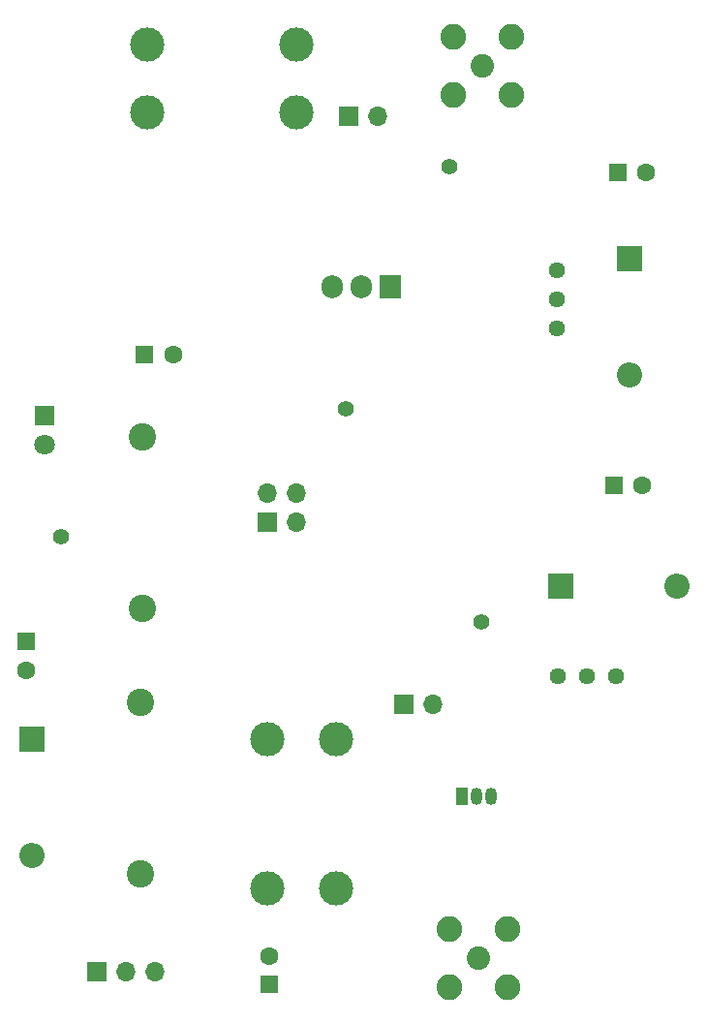
<source format=gbr>
%TF.GenerationSoftware,KiCad,Pcbnew,(6.0.7)*%
%TF.CreationDate,2023-01-12T16:49:01-05:00*%
%TF.ProjectId,Phoenix612_Stage_3_PA_Testing_v1,50686f65-6e69-4783-9631-325f53746167,rev?*%
%TF.SameCoordinates,Original*%
%TF.FileFunction,Soldermask,Bot*%
%TF.FilePolarity,Negative*%
%FSLAX46Y46*%
G04 Gerber Fmt 4.6, Leading zero omitted, Abs format (unit mm)*
G04 Created by KiCad (PCBNEW (6.0.7)) date 2023-01-12 16:49:01*
%MOMM*%
%LPD*%
G01*
G04 APERTURE LIST*
%ADD10C,2.250000*%
%ADD11C,2.050000*%
%ADD12C,2.400000*%
%ADD13O,2.200000X2.200000*%
%ADD14R,2.200000X2.200000*%
%ADD15O,1.050000X1.500000*%
%ADD16R,1.050000X1.500000*%
%ADD17C,1.600000*%
%ADD18R,1.600000X1.600000*%
%ADD19C,1.800000*%
%ADD20R,1.800000X1.800000*%
%ADD21C,1.400000*%
%ADD22O,1.905000X2.000000*%
%ADD23R,1.905000X2.000000*%
%ADD24C,1.440000*%
%ADD25O,1.700000X1.700000*%
%ADD26R,1.700000X1.700000*%
%ADD27C,3.000000*%
G04 APERTURE END LIST*
D10*
%TO.C,J4*%
X124333000Y-42672000D03*
X124333000Y-37592000D03*
X119253000Y-42672000D03*
X119253000Y-37592000D03*
D11*
X121793000Y-40132000D03*
%TD*%
D12*
%TO.C,L2*%
X92075000Y-72560800D03*
X92075000Y-87560800D03*
%TD*%
D13*
%TO.C,D1*%
X138887200Y-85598000D03*
D14*
X128727200Y-85598000D03*
%TD*%
D15*
%TO.C,Q1*%
X122631200Y-103992000D03*
X121361200Y-103992000D03*
D16*
X120091200Y-103992000D03*
%TD*%
D17*
%TO.C,C17*%
X136154800Y-49453800D03*
D18*
X133654800Y-49453800D03*
%TD*%
D10*
%TO.C,J1*%
X118922800Y-115544600D03*
X124002800Y-120624600D03*
X124002800Y-115544600D03*
X118922800Y-120624600D03*
D11*
X121462800Y-118084600D03*
%TD*%
D12*
%TO.C,L1*%
X91922600Y-110758000D03*
X91922600Y-95758000D03*
%TD*%
D19*
%TO.C,D4*%
X83591400Y-73248600D03*
D20*
X83591400Y-70708600D03*
%TD*%
D21*
%TO.C,TP1*%
X121716800Y-88773000D03*
%TD*%
D17*
%TO.C,C6*%
X135840349Y-76784200D03*
D18*
X133340349Y-76784200D03*
%TD*%
D22*
%TO.C,Q2*%
X108737400Y-59486800D03*
X111277400Y-59486800D03*
D23*
X113817400Y-59486800D03*
%TD*%
D24*
%TO.C,RV2*%
X128346200Y-58023600D03*
X128346200Y-60563600D03*
X128346200Y-63103600D03*
%TD*%
D25*
%TO.C,J5*%
X93243400Y-119303800D03*
X90703400Y-119303800D03*
D26*
X88163400Y-119303800D03*
%TD*%
D21*
%TO.C,TP4*%
X109905800Y-70129400D03*
%TD*%
D25*
%TO.C,J6*%
X105557400Y-77449600D03*
X105557400Y-79989600D03*
X103017400Y-77449600D03*
D26*
X103017400Y-79989600D03*
%TD*%
D21*
%TO.C,TP2*%
X118973600Y-48971200D03*
%TD*%
D13*
%TO.C,D2*%
X134696200Y-67183000D03*
D14*
X134696200Y-57023000D03*
%TD*%
D25*
%TO.C,J3*%
X112669400Y-44577000D03*
D26*
X110129400Y-44577000D03*
%TD*%
D24*
%TO.C,RV1*%
X128473200Y-93446600D03*
X131013200Y-93446600D03*
X133553200Y-93446600D03*
%TD*%
D13*
%TO.C,D3*%
X82423000Y-109118400D03*
D14*
X82423000Y-98958400D03*
%TD*%
D21*
%TO.C,TP3*%
X85013800Y-81254600D03*
%TD*%
D27*
%TO.C,T2*%
X105534600Y-38249600D03*
X92534600Y-38249600D03*
X105534600Y-44249600D03*
X92534600Y-44249600D03*
%TD*%
%TO.C,T1*%
X103045000Y-99011600D03*
X103045000Y-112011600D03*
X109045000Y-99011600D03*
X109045000Y-112011600D03*
%TD*%
D17*
%TO.C,C5*%
X81940400Y-92939749D03*
D18*
X81940400Y-90439749D03*
%TD*%
D25*
%TO.C,J2*%
X117495400Y-95961200D03*
D26*
X114955400Y-95961200D03*
%TD*%
D17*
%TO.C,C12*%
X103225600Y-117931051D03*
D18*
X103225600Y-120431051D03*
%TD*%
D17*
%TO.C,C16*%
X94793949Y-65405000D03*
D18*
X92293949Y-65405000D03*
%TD*%
M02*

</source>
